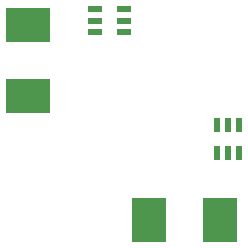
<source format=gtp>
G04 Layer_Color=8421504*
%FSAX25Y25*%
%MOIN*%
G70*
G01*
G75*
%ADD11R,0.11811X0.14567*%
%ADD12R,0.14567X0.11811*%
%ADD13R,0.04724X0.02165*%
%ADD14R,0.02165X0.04724*%
D11*
X0150445Y0173409D02*
D03*
X0174067D02*
D03*
D12*
X0109894Y0214748D02*
D03*
Y0238370D02*
D03*
D13*
X0141823Y0236205D02*
D03*
Y0239945D02*
D03*
Y0243685D02*
D03*
X0132374Y0236205D02*
D03*
Y0239945D02*
D03*
Y0243685D02*
D03*
D14*
X0180366Y0205299D02*
D03*
X0176626D02*
D03*
X0172886D02*
D03*
X0180366Y0195850D02*
D03*
X0176626D02*
D03*
X0172886D02*
D03*
M02*

</source>
